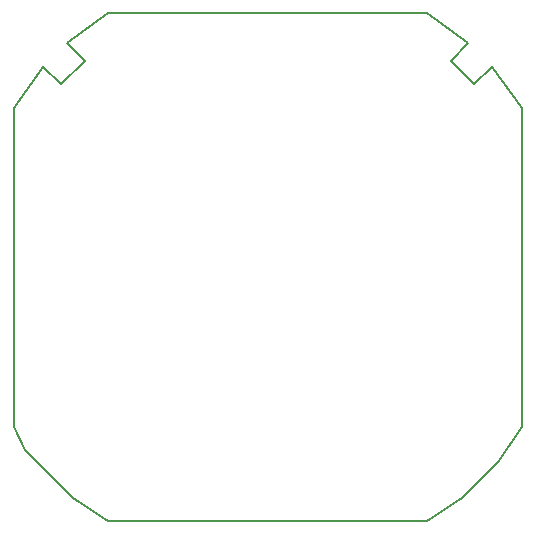
<source format=gm1>
G04 #@! TF.FileFunction,Profile,NP*
%FSLAX46Y46*%
G04 Gerber Fmt 4.6, Leading zero omitted, Abs format (unit mm)*
G04 Created by KiCad (PCBNEW 4.0.6) date 04/01/17 23:07:48*
%MOMM*%
%LPD*%
G01*
G04 APERTURE LIST*
%ADD10C,0.100000*%
%ADD11C,0.150000*%
G04 APERTURE END LIST*
D10*
D11*
X127001100Y-118503600D02*
X127001100Y-91503600D01*
X170001100Y-118503600D02*
X170001100Y-91503600D01*
X135001100Y-83503600D02*
X162001100Y-83503600D01*
X135001100Y-126503600D02*
X162001100Y-126503600D01*
X127001100Y-118503600D02*
X128001100Y-120503600D01*
X128001100Y-120503600D02*
X132001100Y-124503600D01*
X132001100Y-124503600D02*
X135001100Y-126503600D01*
X162001100Y-126503600D02*
X165001100Y-124503600D01*
X165001100Y-124503600D02*
X168001100Y-121503600D01*
X168001100Y-121503600D02*
X170001100Y-118503600D01*
X127001100Y-91503600D02*
X129501100Y-88003600D01*
X129501100Y-88003600D02*
X131001100Y-89503600D01*
X131001100Y-89503600D02*
X133001100Y-87503600D01*
X133001100Y-87503600D02*
X131501100Y-86003600D01*
X131501100Y-86003600D02*
X135001100Y-83503600D01*
X162001100Y-83503600D02*
X165501100Y-86003600D01*
X165501100Y-86003600D02*
X164001100Y-87503600D01*
X164001100Y-87503600D02*
X166001100Y-89503600D01*
X166001100Y-89503600D02*
X167501100Y-88003600D01*
X167501100Y-88003600D02*
X170001100Y-91503600D01*
M02*

</source>
